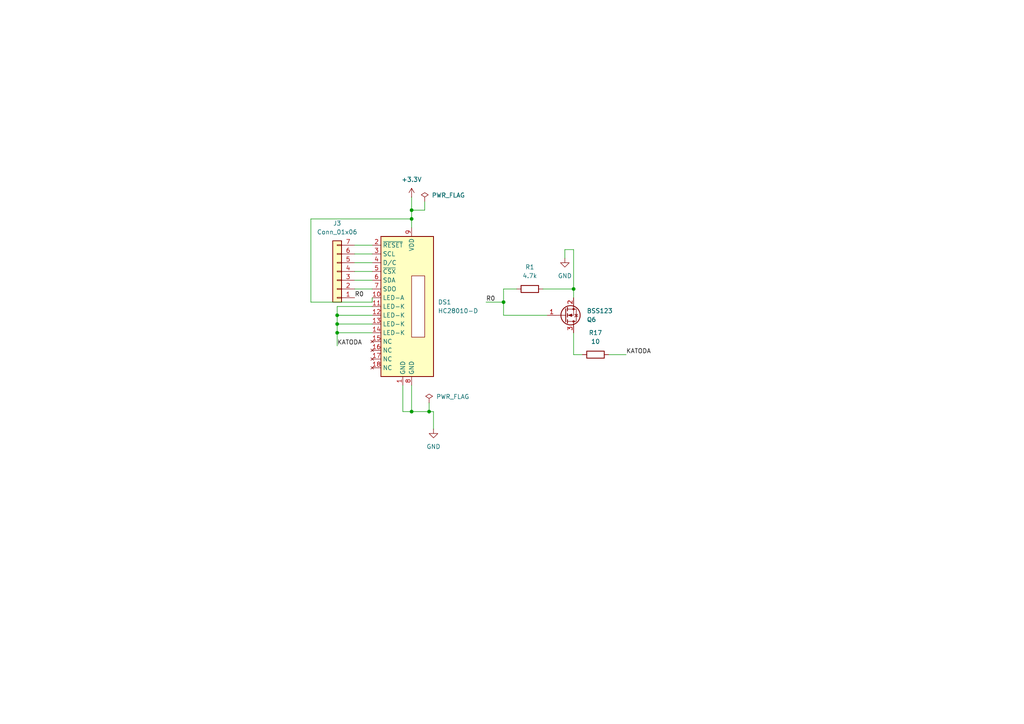
<source format=kicad_sch>
(kicad_sch (version 20250114) (generator "eeschema") (generator_version "9.0")
  (paper "A4")
  (lib_symbols
    (symbol "Connector_Generic:Conn_01x07" (pin_names (offset 1.016) (hide yes))
      (property "Reference" "J" (at 0 10.16 0))
      (property "Value" "Conn_01x07" (at 0 -10.16 0))
      (symbol "Conn_01x07_1_1"
        (rectangle (start -1.27 8.89) (end 1.27 -8.89) (stroke (width 0.254)) (fill (type background)))
        (rectangle (start -1.27 7.747) (end 0 7.493) (stroke (width 0.1524)))
        (rectangle (start -1.27 5.207) (end 0 4.953) (stroke (width 0.1524)))
        (rectangle (start -1.27 2.667) (end 0 2.413) (stroke (width 0.1524)))
        (rectangle (start -1.27 0.127) (end 0 -0.127) (stroke (width 0.1524)))
        (rectangle (start -1.27 -2.413) (end 0 -2.667) (stroke (width 0.1524)))
        (rectangle (start -1.27 -4.953) (end 0 -5.207) (stroke (width 0.1524)))
        (rectangle (start -1.27 -7.493) (end 0 -7.747) (stroke (width 0.1524)))
        (pin passive line (at -5.08 7.62 0) (length 3.81) (name "Pin_1") (number "1"))
        (pin passive line (at -5.08 5.08 0) (length 3.81) (name "Pin_2") (number "2"))
        (pin passive line (at -5.08 2.54 0) (length 3.81) (name "Pin_3") (number "3"))
        (pin passive line (at -5.08 0 0) (length 3.81) (name "Pin_4") (number "4"))
        (pin passive line (at -5.08 -2.54 0) (length 3.81) (name "Pin_5") (number "5"))
        (pin passive line (at -5.08 -5.08 0) (length 3.81) (name "Pin_6") (number "6"))
        (pin passive line (at -5.08 -7.62 0) (length 3.81) (name "Pin_7") (number "7"))
      )
    )
    (symbol "Device:R" (pin_numbers (hide yes)) (pin_names (offset 0))
      (property "Reference" "R" (at 2.032 0 90))
      (property "Value" "R" (at 0 0 90))
      (symbol "R_0_1"
        (rectangle (start -1.016 -2.54) (end 1.016 2.54) (stroke (width 0.254)))
      )
      (symbol "R_1_1"
        (pin passive line (at 0 3.81 270) (length 1.27) (name "~") (number "1"))
        (pin passive line (at 0 -3.81 90) (length 1.27) (name "~") (number "2"))
      )
    )
    (symbol "HC28010-D:HC28010-D"
      (property "Reference" "DS" (at -7.366 21.59 0))
      (property "Value" "HC28010-D" (at 2.032 0.508 90))
      (symbol "HC28010-D_0_1"
        (rectangle (start -8.89 20.32) (end 6.35 -20.32) (stroke (width 0.254)) (fill (type background)))
      )
      (symbol "HC28010-D_1_1"
        (rectangle (start 0 8.89) (end 3.81 -8.89) (fill (type color) (color 255 255 255 1)))
        (pin input line (at -11.43 17.78 0) (length 2.54) (name "~{RESET}") (number "2"))
        (pin input line (at -11.43 15.24 0) (length 2.54) (name "SCL") (number "3"))
        (pin input line (at -11.43 12.7 0) (length 2.54) (name "D/C") (number "4"))
        (pin input line (at -11.43 10.16 0) (length 2.54) (name "~{CSX}") (number "5"))
        (pin input line (at -11.43 7.62 0) (length 2.54) (name "SDA") (number "6"))
        (pin output line (at -11.43 5.08 0) (length 2.54) (name "SDO") (number "7"))
        (pin passive line (at -11.43 2.54 0) (length 2.54) (name "LED-A") (number "10"))
        (pin passive line (at -11.43 0 0) (length 2.54) (name "LED-K") (number "11"))
        (pin passive line (at -11.43 -2.54 0) (length 2.54) (name "LED-K") (number "12"))
        (pin passive line (at -11.43 -5.08 0) (length 2.54) (name "LED-K") (number "13"))
        (pin passive line (at -11.43 -7.62 0) (length 2.54) (name "LED-K") (number "14"))
        (pin no_connect line (at -11.43 -10.16 0) (length 2.54) (name "NC") (number "15"))
        (pin no_connect line (at -11.43 -12.7 0) (length 2.54) (name "NC") (number "16"))
        (pin no_connect line (at -11.43 -15.24 0) (length 2.54) (name "NC") (number "17"))
        (pin no_connect line (at -11.43 -17.78 0) (length 2.54) (name "NC") (number "18"))
        (pin power_in line (at -2.54 -22.86 90) (length 2.54) (name "GND") (number "1"))
        (pin power_in line (at 0 22.86 270) (length 2.54) (name "VDD") (number "9"))
        (pin power_in line (at 0 -22.86 90) (length 2.54) (name "GND") (number "8"))
      )
    )
    (symbol "Transistor_FET:BSS123" (pin_names (hide yes))
      (property "Reference" "Q" (at 5.08 1.905 0))
      (property "Value" "BSS123" (at 5.08 0 0))
      (symbol "BSS123_0_1"
        (polyline (pts (xy 0.254 1.905) (xy 0.254 -1.905)) (stroke (width 0.254)))
        (polyline (pts (xy 0.254 0) (xy -2.54 0)))
        (polyline (pts (xy 0.762 2.286) (xy 0.762 1.27)) (stroke (width 0.254)))
        (polyline (pts (xy 0.762 0.508) (xy 0.762 -0.508)) (stroke (width 0.254)))
        (polyline (pts (xy 0.762 -1.27) (xy 0.762 -2.286)) (stroke (width 0.254)))
        (polyline (pts (xy 0.762 -1.778) (xy 3.302 -1.778) (xy 3.302 1.778) (xy 0.762 1.778)))
        (polyline (pts (xy 1.016 0) (xy 2.032 0.381) (xy 2.032 -0.381) (xy 1.016 0)) (fill (type outline)))
        (circle (center 1.651 0) (radius 2.794) (stroke (width 0.254)))
        (polyline (pts (xy 2.54 2.54) (xy 2.54 1.778)))
        (circle (center 2.54 1.778) (radius 0.254) (fill (type outline)))
        (circle (center 2.54 -1.778) (radius 0.254) (fill (type outline)))
        (polyline (pts (xy 2.54 -2.54) (xy 2.54 0) (xy 0.762 0)))
        (polyline (pts (xy 2.794 0.508) (xy 2.921 0.381) (xy 3.683 0.381) (xy 3.81 0.254)))
        (polyline (pts (xy 3.302 0.381) (xy 2.921 -0.254) (xy 3.683 -0.254) (xy 3.302 0.381)))
      )
      (symbol "BSS123_1_1"
        (pin input line (at -5.08 0 0) (length 2.54) (name "G") (number "1"))
        (pin passive line (at 2.54 5.08 270) (length 2.54) (name "D") (number "3"))
        (pin passive line (at 2.54 -5.08 90) (length 2.54) (name "S") (number "2"))
      )
    )
    (symbol "power:+3.3V" (power) (pin_numbers (hide yes)) (pin_names (offset 0) (hide yes))
      (property "Value" "+3.3V" (at 0 3.556 0))
      (symbol "+3.3V_0_1"
        (polyline (pts (xy -0.762 1.27) (xy 0 2.54)))
        (polyline (pts (xy 0 2.54) (xy 0.762 1.27)))
        (polyline (pts (xy 0 0) (xy 0 2.54)))
      )
      (symbol "+3.3V_1_1"
        (pin power_in line (at 0 0 90) (length 0) (name "~") (number "1"))
      )
    )
    (symbol "power:GND" (power) (pin_numbers (hide yes)) (pin_names (offset 0) (hide yes))
      (property "Value" "GND" (at 0 -3.81 0))
      (symbol "GND_0_1"
        (polyline (pts (xy 0 0) (xy 0 -1.27) (xy 1.27 -1.27) (xy 0 -2.54) (xy -1.27 -1.27) (xy 0 -1.27)))
      )
      (symbol "GND_1_1"
        (pin power_in line (at 0 0 270) (length 0) (name "~") (number "1"))
      )
    )
    (symbol "power:PWR_FLAG" (power) (pin_numbers (hide yes)) (pin_names (offset 0) (hide yes))
      (property "Value" "PWR_FLAG" (at 0 3.81 0))
      (symbol "PWR_FLAG_0_0"
        (pin power_out line (at 0 0 90) (length 0) (name "~") (number "1"))
      )
      (symbol "PWR_FLAG_0_1"
        (polyline (pts (xy 0 0) (xy 0 1.27) (xy -1.016 1.905) (xy 0 2.54) (xy 1.016 1.905) (xy 0 1.27)))
      )
    )
  )
  (junction (at 119.38 60.96))
  (junction (at 97.79 91.44))
  (junction (at 124.46 119.38))
  (junction (at 119.38 63.5))
  (junction (at 146.05 87.63))
  (junction (at 97.79 93.98))
  (junction (at 166.37 83.82))
  (junction (at 97.79 96.52))
  (junction (at 119.38 119.38))
  (wire (pts (xy 125.73 119.38) (xy 125.73 124.46)))
  (wire (pts (xy 157.48 83.82) (xy 166.37 83.82)))
  (wire (pts (xy 97.79 96.52) (xy 97.79 100.33)))
  (wire (pts (xy 124.46 116.84) (xy 124.46 119.38)))
  (wire (pts (xy 97.79 91.44) (xy 107.95 91.44)))
  (wire (pts (xy 119.38 57.15) (xy 119.38 60.96)))
  (wire (pts (xy 119.38 111.76) (xy 119.38 119.38)))
  (wire (pts (xy 116.84 119.38) (xy 119.38 119.38)))
  (wire (pts (xy 102.87 78.74) (xy 107.95 78.74)))
  (wire (pts (xy 97.79 93.98) (xy 97.79 96.52)))
  (wire (pts (xy 166.37 72.39) (xy 163.83 72.39)))
  (wire (pts (xy 166.37 96.52) (xy 166.37 102.87)))
  (wire (pts (xy 102.87 73.66) (xy 107.95 73.66)))
  (wire (pts (xy 116.84 111.76) (xy 116.84 119.38)))
  (wire (pts (xy 97.79 93.98) (xy 107.95 93.98)))
  (wire (pts (xy 140.97 87.63) (xy 146.05 87.63)))
  (wire (pts (xy 102.87 76.2) (xy 107.95 76.2)))
  (wire (pts (xy 97.79 88.9) (xy 97.79 91.44)))
  (wire (pts (xy 97.79 91.44) (xy 97.79 93.98)))
  (wire (pts (xy 90.17 63.5) (xy 90.17 87.63)))
  (wire (pts (xy 123.19 60.96) (xy 119.38 60.96)))
  (wire (pts (xy 90.17 87.63) (xy 107.95 87.63)))
  (wire (pts (xy 107.95 88.9) (xy 97.79 88.9)))
  (wire (pts (xy 166.37 102.87) (xy 168.91 102.87)))
  (wire (pts (xy 146.05 83.82) (xy 149.86 83.82)))
  (wire (pts (xy 102.87 81.28) (xy 107.95 81.28)))
  (wire (pts (xy 90.17 63.5) (xy 119.38 63.5)))
  (wire (pts (xy 119.38 60.96) (xy 119.38 63.5)))
  (wire (pts (xy 107.95 87.63) (xy 107.95 86.36)))
  (wire (pts (xy 166.37 83.82) (xy 166.37 72.39)))
  (wire (pts (xy 158.75 91.44) (xy 146.05 91.44)))
  (wire (pts (xy 119.38 63.5) (xy 119.38 66.04)))
  (wire (pts (xy 181.61 102.87) (xy 176.53 102.87)))
  (wire (pts (xy 146.05 91.44) (xy 146.05 87.63)))
  (wire (pts (xy 102.87 83.82) (xy 107.95 83.82)))
  (wire (pts (xy 97.79 96.52) (xy 107.95 96.52)))
  (wire (pts (xy 123.19 58.42) (xy 123.19 60.96)))
  (wire (pts (xy 119.38 119.38) (xy 124.46 119.38)))
  (wire (pts (xy 163.83 72.39) (xy 163.83 74.93)))
  (wire (pts (xy 124.46 119.38) (xy 125.73 119.38)))
  (wire (pts (xy 146.05 87.63) (xy 146.05 83.82)))
  (wire (pts (xy 102.87 71.12) (xy 107.95 71.12)))
  (wire (pts (xy 166.37 86.36) (xy 166.37 83.82)))
  (label "R0" (at 102.87 86.36 0))
  (label "R0" (at 140.97 87.63 0))
  (label "KATODA" (at 97.79 100.33 0))
  (label "KATODA" (at 181.61 102.87 0))
  (symbol (lib_id "power:PWR_FLAG") (at 123.19 58.42 0) (unit 1)
    (property "Reference" "#FLG07" (effects (hide yes)))
    (property "Value" "PWR_FLAG" (at 130.048 56.642 0))
    (property "Description" "Special symbol for telling ERC where power comes from" (effects (hide yes)))
  )
  (symbol (lib_id "power:+3.3V") (at 119.38 57.15 0) (unit 1)
    (property "Reference" "#PWR09" (effects (hide yes)))
    (property "Value" "+3.3V" (at 119.38 52.07 0))
    (property "Description" "Power symbol creates a global label with name \"+3.3V\"" (effects (hide yes)))
  )
  (symbol (lib_id "power:GND") (at 163.83 74.93 0) (unit 1)
    (property "Reference" "#PWR08" (effects (hide yes)))
    (property "Value" "GND" (at 163.83 80.01 0))
    (property "Description" "Power symbol creates a global label with name \"GND\" , ground" (effects (hide yes)))
  )
  (symbol (lib_id "Transistor_FET:BSS123") (at 163.83 91.44 0) (mirror x) (unit 1)
    (property "Reference" "Q6" (at 170.18 92.7101 0) (effects (justify left)))
    (property "Value" "BSS123" (at 170.18 90.1701 0) (effects (justify left)))
    (property "Footprint" "Package_TO_SOT_SMD:SOT-23" (effects (hide yes)))
    (property "Datasheet" "http://www.diodes.com/assets/Datasheets/ds30366.pdf" (effects (hide yes)))
    (property "Description" "0.17A Id, 100V Vds, N-Channel MOSFET, SOT-23" (effects (hide yes)))
  )
  (symbol (lib_id "power:PWR_FLAG") (at 124.46 116.84 0) (unit 1)
    (property "Reference" "#FLG06" (effects (hide yes)))
    (property "Value" "PWR_FLAG" (at 131.318 115.062 0))
    (property "Description" "Special symbol for telling ERC where power comes from" (effects (hide yes)))
  )
  (symbol (lib_id "HC28010-D:HC28010-D") (at 119.38 88.9 0) (unit 1)
    (property "Reference" "DS1" (at 127 87.6299 0) (effects (justify left)))
    (property "Value" "HC28010-D" (at 127 90.1699 0) (effects (justify left)))
    (property "Footprint" "footprints:hc28010-d" (effects (hide yes)))
  )
  (symbol (lib_id "Connector_Generic:Conn_01x07") (at 97.79 78.74 180) (unit 1)
    (property "Reference" "J3" (at 97.79 64.77 0))
    (property "Value" "Conn_01x06" (at 97.79 67.31 0))
    (property "Footprint" "Connector_PinHeader_2.54mm:PinHeader_1x07_P2.54mm_Vertical" (effects (hide yes)))
    (property "Description" "Generic connector, single row, 01x07, script generated (kicad-library-utils/schlib/autogen/connector/)" (effects (hide yes)))
  )
  (symbol (lib_id "Device:R") (at 153.67 83.82 90) (unit 1)
    (property "Reference" "R1" (at 153.67 77.47 90))
    (property "Value" "4.7k" (at 153.67 80.01 90))
    (property "Footprint" "Resistor_SMD:R_0603_1608Metric" (effects (hide yes)))
    (property "Description" "Resistor" (effects (hide yes)))
  )
  (symbol (lib_id "Device:R") (at 172.72 102.87 90) (unit 1)
    (property "Reference" "R17" (at 172.72 96.52 90))
    (property "Value" "10" (at 172.72 99.06 90))
    (property "Footprint" "Resistor_SMD:R_0603_1608Metric" (effects (hide yes)))
    (property "Description" "Resistor" (effects (hide yes)))
  )
  (symbol (lib_id "power:GND") (at 125.73 124.46 0) (unit 1)
    (property "Reference" "#PWR02" (effects (hide yes)))
    (property "Value" "GND" (at 125.73 129.54 0))
    (property "Description" "Power symbol creates a global label with name \"GND\" , ground" (effects (hide yes)))
  )
)
</source>
